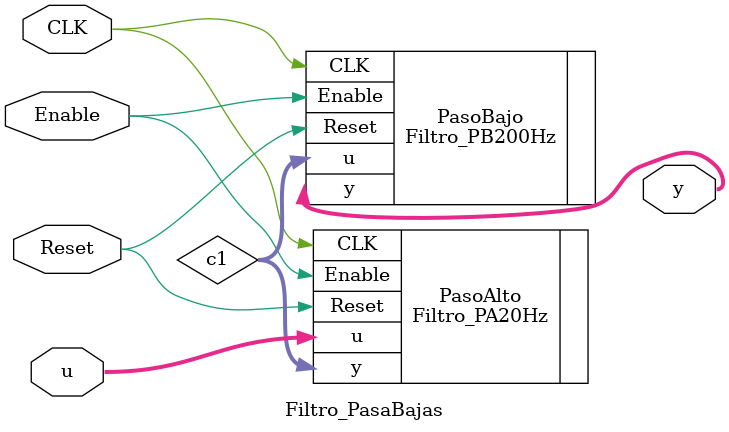
<source format=v>
`timescale 1ns / 1ps
module Filtro_PasaBajas #(parameter W = 25)(
    input Reset, CLK, Enable,
    input wire signed [W-1:0] u,
    output wire signed [W-1:0] y
    );
	
	wire [W-1:0] c1;
	
	Filtro_PA20Hz PasoAlto (
    .Reset(Reset), 
    .CLK(CLK), 
    .Enable(Enable), 
    .u(u), 
    .y(c1)
    );
	
	Filtro_PB200Hz PasoBajo (
    .Reset(Reset), 
    .CLK(CLK), 
    .Enable(Enable), 
    .u(c1), 
    .y(y)
    );

endmodule

</source>
